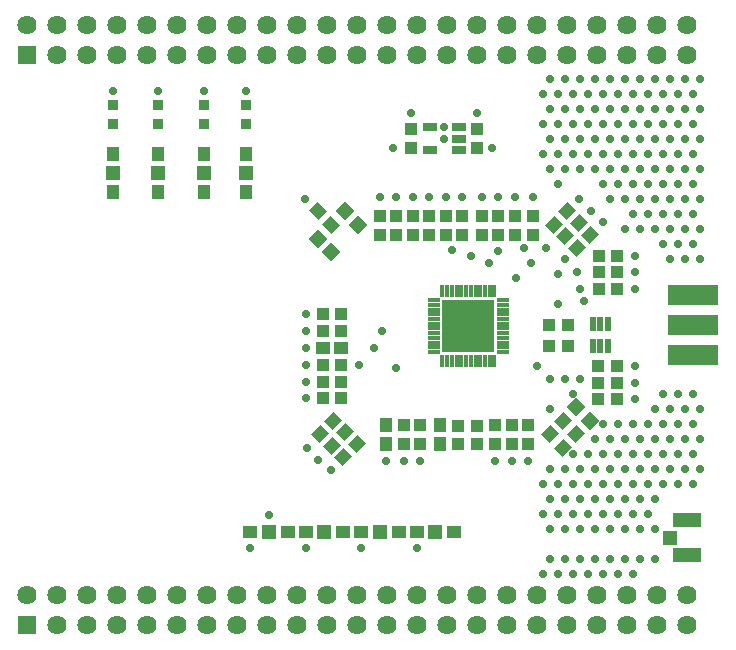
<source format=gts>
G04 Layer_Color=8388736*
%FSLAX25Y25*%
%MOIN*%
G70*
G01*
G75*
%ADD53R,0.16584X0.06584*%
G04:AMPARAMS|DCode=54|XSize=41.43mil|YSize=43.4mil|CornerRadius=0mil|HoleSize=0mil|Usage=FLASHONLY|Rotation=315.000|XOffset=0mil|YOffset=0mil|HoleType=Round|Shape=Rectangle|*
%AMROTATEDRECTD54*
4,1,4,-0.02999,-0.00070,0.00070,0.02999,0.02999,0.00070,-0.00070,-0.02999,-0.02999,-0.00070,0.0*
%
%ADD54ROTATEDRECTD54*%

%ADD55R,0.04143X0.04340*%
%ADD56R,0.04340X0.04143*%
%ADD57R,0.01181X0.03937*%
%ADD58R,0.17716X0.17716*%
%ADD59R,0.03937X0.01181*%
%ADD60R,0.09261X0.04734*%
%ADD61R,0.04537X0.04537*%
%ADD62R,0.03750X0.03750*%
%ADD63R,0.04537X0.04340*%
G04:AMPARAMS|DCode=64|XSize=43.4mil|YSize=45.37mil|CornerRadius=0mil|HoleSize=0mil|Usage=FLASHONLY|Rotation=225.000|XOffset=0mil|YOffset=0mil|HoleType=Round|Shape=Rectangle|*
%AMROTATEDRECTD64*
4,1,4,-0.00070,0.03139,0.03139,-0.00070,0.00070,-0.03139,-0.03139,0.00070,-0.00070,0.03139,0.0*
%
%ADD64ROTATEDRECTD64*%

%ADD65R,0.04340X0.04537*%
%ADD66R,0.04537X0.04537*%
%ADD67R,0.04537X0.04537*%
%ADD68R,0.01978X0.04537*%
%ADD69R,0.04931X0.02962*%
G04:AMPARAMS|DCode=70|XSize=41.43mil|YSize=43.4mil|CornerRadius=0mil|HoleSize=0mil|Usage=FLASHONLY|Rotation=45.000|XOffset=0mil|YOffset=0mil|HoleType=Round|Shape=Rectangle|*
%AMROTATEDRECTD70*
4,1,4,0.00070,-0.02999,-0.02999,0.00070,-0.00070,0.02999,0.02999,-0.00070,0.00070,-0.02999,0.0*
%
%ADD70ROTATEDRECTD70*%

%ADD71C,0.06400*%
%ADD72R,0.06400X0.06400*%
%ADD73C,0.02800*%
%ADD74C,0.01772*%
D53*
X301500Y109500D02*
D03*
Y99500D02*
D03*
Y119500D02*
D03*
D54*
X262460Y72933D02*
D03*
X258006Y68479D02*
D03*
X258006Y77387D02*
D03*
X253552Y72933D02*
D03*
X181449Y77442D02*
D03*
X176995Y72988D02*
D03*
X185338Y73553D02*
D03*
X180884Y69099D02*
D03*
X189227Y69664D02*
D03*
X184773Y65210D02*
D03*
X267113Y139435D02*
D03*
X262659Y134980D02*
D03*
X263224Y143324D02*
D03*
X258769Y138870D02*
D03*
X259335Y147213D02*
D03*
X254880Y142759D02*
D03*
D55*
X246489Y69561D02*
D03*
X246489Y75861D02*
D03*
X240989Y69561D02*
D03*
X240989Y75861D02*
D03*
X235489Y69561D02*
D03*
X235489Y75861D02*
D03*
X242000Y145650D02*
D03*
X242000Y139350D02*
D03*
X236500Y145650D02*
D03*
Y139350D02*
D03*
X231000Y145650D02*
D03*
Y139350D02*
D03*
X204848Y69591D02*
D03*
Y75890D02*
D03*
X210348Y69591D02*
D03*
Y75890D02*
D03*
X248000Y145650D02*
D03*
Y139350D02*
D03*
X207500Y174650D02*
D03*
Y168350D02*
D03*
X229500Y174650D02*
D03*
Y168350D02*
D03*
X197000Y145650D02*
D03*
Y139350D02*
D03*
X202500Y145650D02*
D03*
X202500Y139350D02*
D03*
X208000Y145650D02*
D03*
Y139350D02*
D03*
X213500Y145650D02*
D03*
X213500Y139350D02*
D03*
X219000Y145650D02*
D03*
Y139350D02*
D03*
X224500Y145650D02*
D03*
Y139350D02*
D03*
D56*
X229380Y75740D02*
D03*
X223081D02*
D03*
X223081Y69591D02*
D03*
X229380D02*
D03*
X276080Y95657D02*
D03*
X269781Y95657D02*
D03*
X276080Y90157D02*
D03*
X269781D02*
D03*
X276080Y84657D02*
D03*
X269781Y84657D02*
D03*
X276150Y132500D02*
D03*
X269850D02*
D03*
X276150Y127000D02*
D03*
X269850D02*
D03*
X276150Y121500D02*
D03*
X269850D02*
D03*
X259650Y109500D02*
D03*
X253350D02*
D03*
X259650Y102457D02*
D03*
X253350D02*
D03*
X177850Y95937D02*
D03*
X184150D02*
D03*
X177850Y90437D02*
D03*
X184150D02*
D03*
X177850Y84937D02*
D03*
X184150D02*
D03*
X177850Y107437D02*
D03*
X184150D02*
D03*
X177850Y112937D02*
D03*
X184150D02*
D03*
D57*
X217839Y97386D02*
D03*
X220988D02*
D03*
X224138D02*
D03*
X227287D02*
D03*
X230437D02*
D03*
X233587D02*
D03*
X235161D02*
D03*
X232012D02*
D03*
X228862D02*
D03*
X225713D02*
D03*
X222563D02*
D03*
X219413D02*
D03*
X233587Y120614D02*
D03*
X230437D02*
D03*
X227287D02*
D03*
X224138D02*
D03*
X220988D02*
D03*
X217839D02*
D03*
X219413D02*
D03*
X222563D02*
D03*
X225713D02*
D03*
X228862D02*
D03*
X232012D02*
D03*
X235161D02*
D03*
D58*
X226500Y109000D02*
D03*
D59*
X238114Y101913D02*
D03*
Y105063D02*
D03*
Y108213D02*
D03*
Y111362D02*
D03*
Y114512D02*
D03*
Y117661D02*
D03*
Y116087D02*
D03*
Y112937D02*
D03*
Y109787D02*
D03*
Y106638D02*
D03*
Y103488D02*
D03*
Y100339D02*
D03*
X214886Y116087D02*
D03*
Y112937D02*
D03*
Y109787D02*
D03*
Y106638D02*
D03*
Y103488D02*
D03*
Y100339D02*
D03*
Y101913D02*
D03*
Y105063D02*
D03*
Y108213D02*
D03*
Y111362D02*
D03*
Y114512D02*
D03*
Y117661D02*
D03*
D60*
X299500Y32693D02*
D03*
Y44307D02*
D03*
D61*
X293595Y38500D02*
D03*
D62*
X152500Y182650D02*
D03*
Y176350D02*
D03*
X138500Y182650D02*
D03*
Y176350D02*
D03*
X123000Y182650D02*
D03*
Y176350D02*
D03*
X108000Y182650D02*
D03*
Y176350D02*
D03*
D63*
X177850Y101620D02*
D03*
X184150D02*
D03*
X209201Y40500D02*
D03*
X221799Y40500D02*
D03*
X172201Y40500D02*
D03*
X184799Y40500D02*
D03*
X190701Y40500D02*
D03*
X203299Y40500D02*
D03*
X153701Y40500D02*
D03*
X166299D02*
D03*
D64*
X176384Y138045D02*
D03*
X180838Y133591D02*
D03*
X262496Y81877D02*
D03*
X266950Y77423D02*
D03*
X185273Y147227D02*
D03*
X189727Y142773D02*
D03*
D65*
X216848Y75890D02*
D03*
Y69591D02*
D03*
X152500Y153701D02*
D03*
Y166299D02*
D03*
X138500Y153701D02*
D03*
X138500Y166299D02*
D03*
X123000Y153701D02*
D03*
X123000Y166299D02*
D03*
X108000Y153701D02*
D03*
X108000Y166299D02*
D03*
X198997Y75890D02*
D03*
Y69591D02*
D03*
D66*
X215500Y40500D02*
D03*
X178500D02*
D03*
X197000D02*
D03*
X160000D02*
D03*
D67*
X152500Y160000D02*
D03*
X138500D02*
D03*
X123000D02*
D03*
X108000D02*
D03*
D68*
X273059Y102457D02*
D03*
X270500D02*
D03*
X267941D02*
D03*
Y109543D02*
D03*
X270500D02*
D03*
X273059D02*
D03*
D69*
X223224Y167760D02*
D03*
X223224Y171500D02*
D03*
X223224Y175240D02*
D03*
X213776Y175240D02*
D03*
Y167760D02*
D03*
D70*
X176273Y147227D02*
D03*
X180727Y142773D02*
D03*
D71*
X89383Y19381D02*
D03*
Y9381D02*
D03*
X179383Y19381D02*
D03*
X189383Y9381D02*
D03*
X179383D02*
D03*
X289383D02*
D03*
X299383Y19381D02*
D03*
X259383Y9381D02*
D03*
X189383Y19381D02*
D03*
X199383Y9381D02*
D03*
X169383Y19381D02*
D03*
X99383D02*
D03*
Y9381D02*
D03*
X229383Y19381D02*
D03*
Y9381D02*
D03*
X239383D02*
D03*
X249383D02*
D03*
X239383Y19381D02*
D03*
X249383D02*
D03*
X259383D02*
D03*
X269383D02*
D03*
Y9381D02*
D03*
X279383Y19381D02*
D03*
Y9381D02*
D03*
X289383Y19381D02*
D03*
X299383Y9381D02*
D03*
X219383Y19381D02*
D03*
Y9381D02*
D03*
X209383D02*
D03*
Y19381D02*
D03*
X119383D02*
D03*
X109383D02*
D03*
Y9381D02*
D03*
X119383D02*
D03*
X199383Y19381D02*
D03*
X159383D02*
D03*
X139383Y9381D02*
D03*
X169383D02*
D03*
X129383Y19381D02*
D03*
X139383D02*
D03*
X129383Y9381D02*
D03*
X149383D02*
D03*
Y19381D02*
D03*
X159383Y9381D02*
D03*
X79383Y19381D02*
D03*
X89383Y209381D02*
D03*
Y199381D02*
D03*
X179383Y209381D02*
D03*
X189383Y199381D02*
D03*
X179383D02*
D03*
X289383D02*
D03*
X299383Y209381D02*
D03*
X259383Y199381D02*
D03*
X189383Y209381D02*
D03*
X199383Y199381D02*
D03*
X169383Y209381D02*
D03*
X99383D02*
D03*
Y199381D02*
D03*
X229383Y209381D02*
D03*
Y199381D02*
D03*
X239383D02*
D03*
X249383D02*
D03*
X239383Y209381D02*
D03*
X249383D02*
D03*
X259383D02*
D03*
X269383D02*
D03*
Y199381D02*
D03*
X279383Y209381D02*
D03*
Y199381D02*
D03*
X289383Y209381D02*
D03*
X299383Y199381D02*
D03*
X219383Y209381D02*
D03*
Y199381D02*
D03*
X209383D02*
D03*
Y209381D02*
D03*
X119383D02*
D03*
X109383D02*
D03*
Y199381D02*
D03*
X119383D02*
D03*
X199383Y209381D02*
D03*
X159383D02*
D03*
X139383Y199381D02*
D03*
X169383D02*
D03*
X129383Y209381D02*
D03*
X139383D02*
D03*
X129383Y199381D02*
D03*
X149383D02*
D03*
Y209381D02*
D03*
X159383Y199381D02*
D03*
X79383Y209381D02*
D03*
D72*
Y9381D02*
D03*
Y199381D02*
D03*
D73*
X265000Y117500D02*
D03*
X210348Y63890D02*
D03*
X204848D02*
D03*
X198997D02*
D03*
X227500Y132500D02*
D03*
X233500Y130000D02*
D03*
X236500Y134000D02*
D03*
X108000Y187500D02*
D03*
X123000D02*
D03*
X138500D02*
D03*
X152500D02*
D03*
X172000Y151500D02*
D03*
X153701Y35000D02*
D03*
X172201D02*
D03*
X190701D02*
D03*
X209201D02*
D03*
X160000Y46000D02*
D03*
X197000Y152000D02*
D03*
X202500D02*
D03*
X208000Y152000D02*
D03*
X213500D02*
D03*
X219000Y152000D02*
D03*
X224500D02*
D03*
X231000D02*
D03*
X236500D02*
D03*
X242000Y152000D02*
D03*
X248000D02*
D03*
X252500Y135000D02*
D03*
X262659Y127185D02*
D03*
X195000Y101620D02*
D03*
X197563Y107437D02*
D03*
X242500Y125000D02*
D03*
X190000Y96000D02*
D03*
X202500Y95000D02*
D03*
X172500Y112937D02*
D03*
Y107437D02*
D03*
Y101620D02*
D03*
Y95937D02*
D03*
Y90437D02*
D03*
Y85000D02*
D03*
X172563Y68500D02*
D03*
X176420Y64500D02*
D03*
X180581Y61000D02*
D03*
X249343Y95657D02*
D03*
X235489Y63890D02*
D03*
X240989Y63890D02*
D03*
X246489D02*
D03*
X282000Y95657D02*
D03*
Y90157D02*
D03*
Y84657D02*
D03*
Y132500D02*
D03*
Y127000D02*
D03*
Y121500D02*
D03*
X263500Y151378D02*
D03*
X267500Y147500D02*
D03*
X271500Y143822D02*
D03*
X218500Y171500D02*
D03*
X229500Y180000D02*
D03*
X207500D02*
D03*
X218500Y175500D02*
D03*
X234500Y168350D02*
D03*
X201500D02*
D03*
X220988Y134413D02*
D03*
X245000Y134980D02*
D03*
X247500Y130177D02*
D03*
X251299Y26299D02*
D03*
X253799Y31299D02*
D03*
Y41299D02*
D03*
X251299Y46299D02*
D03*
X253799Y51299D02*
D03*
X251299Y56299D02*
D03*
X253799Y61299D02*
D03*
Y81299D02*
D03*
Y91299D02*
D03*
Y161299D02*
D03*
X251299Y166299D02*
D03*
X253799Y171299D02*
D03*
X251299Y176299D02*
D03*
X253799Y181299D02*
D03*
X251299Y186299D02*
D03*
X253799Y191299D02*
D03*
X256299Y26299D02*
D03*
X258799Y31299D02*
D03*
Y41299D02*
D03*
X256299Y46299D02*
D03*
X258799Y51299D02*
D03*
X256299Y56299D02*
D03*
X258799Y61299D02*
D03*
Y91299D02*
D03*
X256299Y116299D02*
D03*
Y126299D02*
D03*
X258799Y131299D02*
D03*
X256299Y156299D02*
D03*
X258799Y161299D02*
D03*
X256299Y166299D02*
D03*
X258799Y171299D02*
D03*
X256299Y176299D02*
D03*
X258799Y181299D02*
D03*
X256299Y186299D02*
D03*
X258799Y191299D02*
D03*
X261299Y26299D02*
D03*
X263799Y31299D02*
D03*
Y41299D02*
D03*
X261299Y46299D02*
D03*
X263799Y51299D02*
D03*
X261299Y56299D02*
D03*
X263799Y61299D02*
D03*
X261299Y66299D02*
D03*
Y86299D02*
D03*
X263799Y91299D02*
D03*
Y121299D02*
D03*
Y161299D02*
D03*
X261299Y166299D02*
D03*
X263799Y171299D02*
D03*
X261299Y176299D02*
D03*
X263799Y181299D02*
D03*
X261299Y186299D02*
D03*
X263799Y191299D02*
D03*
X266299Y26299D02*
D03*
X268799Y31299D02*
D03*
Y41299D02*
D03*
X266299Y46299D02*
D03*
X268799Y51299D02*
D03*
X266299Y56299D02*
D03*
X268799Y61299D02*
D03*
X266299Y66299D02*
D03*
X268799Y71299D02*
D03*
Y161299D02*
D03*
X266299Y166299D02*
D03*
X268799Y171299D02*
D03*
X266299Y176299D02*
D03*
X268799Y181299D02*
D03*
X266299Y186299D02*
D03*
X268799Y191299D02*
D03*
X271299Y26299D02*
D03*
X273799Y31299D02*
D03*
Y41299D02*
D03*
X271299Y46299D02*
D03*
X273799Y51299D02*
D03*
X271299Y56299D02*
D03*
X273799Y61299D02*
D03*
X271299Y66299D02*
D03*
X273799Y71299D02*
D03*
X271299Y76299D02*
D03*
X273799Y151299D02*
D03*
X271299Y156299D02*
D03*
X273799Y161299D02*
D03*
X271299Y166299D02*
D03*
X273799Y171299D02*
D03*
X271299Y176299D02*
D03*
X273799Y181299D02*
D03*
X271299Y186299D02*
D03*
X273799Y191299D02*
D03*
X276299Y26299D02*
D03*
X278799Y31299D02*
D03*
Y41299D02*
D03*
X276299Y46299D02*
D03*
X278799Y51299D02*
D03*
X276299Y56299D02*
D03*
X278799Y61299D02*
D03*
X276299Y66299D02*
D03*
X278799Y71299D02*
D03*
X276299Y76299D02*
D03*
X278799Y141299D02*
D03*
Y151299D02*
D03*
X276299Y156299D02*
D03*
X278799Y161299D02*
D03*
X276299Y166299D02*
D03*
X278799Y171299D02*
D03*
X276299Y176299D02*
D03*
X278799Y181299D02*
D03*
X276299Y186299D02*
D03*
X278799Y191299D02*
D03*
X281299Y26299D02*
D03*
X283799Y31299D02*
D03*
Y41299D02*
D03*
X281299Y46299D02*
D03*
X283799Y51299D02*
D03*
X281299Y56299D02*
D03*
X283799Y61299D02*
D03*
X281299Y66299D02*
D03*
X283799Y71299D02*
D03*
X281299Y76299D02*
D03*
X283799Y141299D02*
D03*
X281299Y146299D02*
D03*
X283799Y151299D02*
D03*
X281299Y156299D02*
D03*
X283799Y161299D02*
D03*
X281299Y166299D02*
D03*
X283799Y171299D02*
D03*
X281299Y176299D02*
D03*
X283799Y181299D02*
D03*
X281299Y186299D02*
D03*
X283799Y191299D02*
D03*
X288799Y31299D02*
D03*
Y41299D02*
D03*
X286299Y46299D02*
D03*
X288799Y51299D02*
D03*
X286299Y56299D02*
D03*
X288799Y61299D02*
D03*
X286299Y66299D02*
D03*
X288799Y71299D02*
D03*
X286299Y76299D02*
D03*
X288799Y81299D02*
D03*
Y141299D02*
D03*
X286299Y146299D02*
D03*
X288799Y151299D02*
D03*
X286299Y156299D02*
D03*
X288799Y161299D02*
D03*
X286299Y166299D02*
D03*
X288799Y171299D02*
D03*
X286299Y176299D02*
D03*
X288799Y181299D02*
D03*
X286299Y186299D02*
D03*
X288799Y191299D02*
D03*
X291299Y56299D02*
D03*
X293799Y61299D02*
D03*
X291299Y66299D02*
D03*
X293799Y71299D02*
D03*
X291299Y76299D02*
D03*
X293799Y81299D02*
D03*
X291299Y86299D02*
D03*
X293799Y131299D02*
D03*
X291299Y136299D02*
D03*
X293799Y141299D02*
D03*
X291299Y146299D02*
D03*
X293799Y151299D02*
D03*
X291299Y156299D02*
D03*
X293799Y161299D02*
D03*
X291299Y166299D02*
D03*
X293799Y171299D02*
D03*
X291299Y176299D02*
D03*
X293799Y181299D02*
D03*
X291299Y186299D02*
D03*
X293799Y191299D02*
D03*
X296299Y56299D02*
D03*
X298799Y61299D02*
D03*
X296299Y66299D02*
D03*
X298799Y71299D02*
D03*
X296299Y76299D02*
D03*
X298799Y81299D02*
D03*
X296299Y86299D02*
D03*
X298799Y131299D02*
D03*
X296299Y136299D02*
D03*
X298799Y141299D02*
D03*
X296299Y146299D02*
D03*
X298799Y151299D02*
D03*
X296299Y156299D02*
D03*
X298799Y161299D02*
D03*
X296299Y166299D02*
D03*
X298799Y171299D02*
D03*
X296299Y176299D02*
D03*
X298799Y181299D02*
D03*
X296299Y186299D02*
D03*
X298799Y191299D02*
D03*
X301299Y56299D02*
D03*
X303799Y61299D02*
D03*
X301299Y66299D02*
D03*
X303799Y71299D02*
D03*
X301299Y76299D02*
D03*
X303799Y81299D02*
D03*
X301299Y86299D02*
D03*
X303799Y131299D02*
D03*
X301299Y136299D02*
D03*
X303799Y141299D02*
D03*
X301299Y146299D02*
D03*
X303799Y151299D02*
D03*
X301299Y156299D02*
D03*
X303799Y161299D02*
D03*
X301299Y166299D02*
D03*
X303799Y171299D02*
D03*
X301299Y176299D02*
D03*
X303799Y181299D02*
D03*
X301299Y186299D02*
D03*
X303799Y191299D02*
D03*
D74*
X226500Y113921D02*
D03*
Y104079D02*
D03*
Y108803D02*
D03*
X221776Y113528D02*
D03*
X231224D02*
D03*
X221776Y104079D02*
D03*
X231224Y108803D02*
D03*
Y104079D02*
D03*
X221776Y108803D02*
D03*
M02*

</source>
